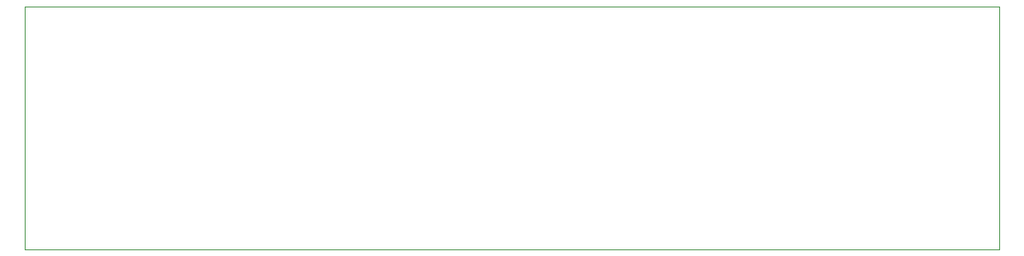
<source format=gm1>
G04 #@! TF.GenerationSoftware,KiCad,Pcbnew,5.1.5+dfsg1-2build2*
G04 #@! TF.CreationDate,2020-09-23T11:02:05-04:00*
G04 #@! TF.ProjectId,Wifi_Geiger,57696669-5f47-4656-9967-65722e6b6963,rev?*
G04 #@! TF.SameCoordinates,Original*
G04 #@! TF.FileFunction,Profile,NP*
%FSLAX46Y46*%
G04 Gerber Fmt 4.6, Leading zero omitted, Abs format (unit mm)*
G04 Created by KiCad (PCBNEW 5.1.5+dfsg1-2build2) date 2020-09-23 11:02:05*
%MOMM*%
%LPD*%
G04 APERTURE LIST*
%ADD10C,0.120000*%
G04 APERTURE END LIST*
D10*
X206000000Y-108000000D02*
X206000000Y-133000000D01*
X206000000Y-133000000D02*
X106000000Y-133000000D01*
X106000000Y-133000000D02*
X106000000Y-108000000D01*
X106000000Y-108000000D02*
X206000000Y-108000000D01*
M02*

</source>
